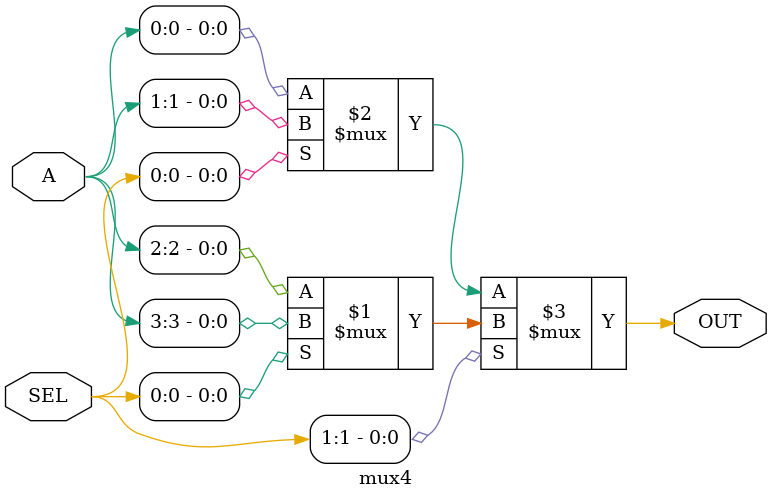
<source format=v>
module mux4(A, SEL, OUT);
    input [0:3] A;
    input [0:1] SEL;
    output OUT;

    assign OUT = SEL[1] ? (SEL[0] ? A[3] : A[2]) : (SEL[0] ? A[1] : A[0]);
endmodule
</source>
